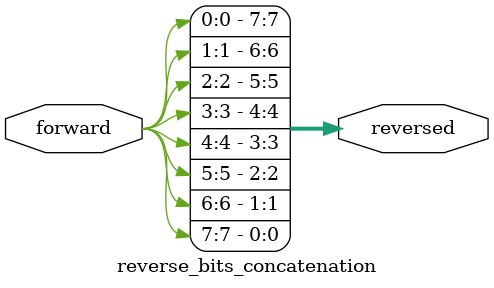
<source format=v>
/***********************************************
Module Name:   reverse_bits_concatenation
Feature:       Reverse the bits of input with concatenation operation
Coder:         Garfield
Organization:  XXXX Group, Department of Architecture
------------------------------------------------------
Input ports:   Forward, 8 bits, operent
Output Ports:  Reversed, 8 bits, set as the reversed bits of input
------------------------------------------------------
History:
12-11-2015: First Version by Garfield
12-11-2015: First verified by Reversed_Bits_test
***********************************************/

module reverse_bits_concatenation
  ( 
    input[7:0] forward,
    output[7:0] reversed 
  );
  
//Load other module(s)

//Definition for Variables in the module

//Logical
assign reversed = {forward[0], forward[1],forward[2], forward[3],
                   forward[4], forward[5],forward[6], forward[7] 
						 };

endmodule
</source>
